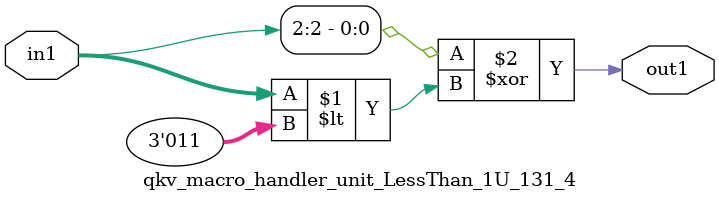
<source format=v>

`timescale 1ps / 1ps


module qkv_macro_handler_unit_LessThan_1U_131_4( in1, out1 );

    input [2:0] in1;
    output out1;

    
    // rtl_process:qkv_macro_handler_hub_LessThan_1U_52_4/qkv_macro_handler_hub_LessThan_1U_52_4_thread_1
    assign out1 = (in1[2] ^ in1 < 3'd3);

endmodule





</source>
